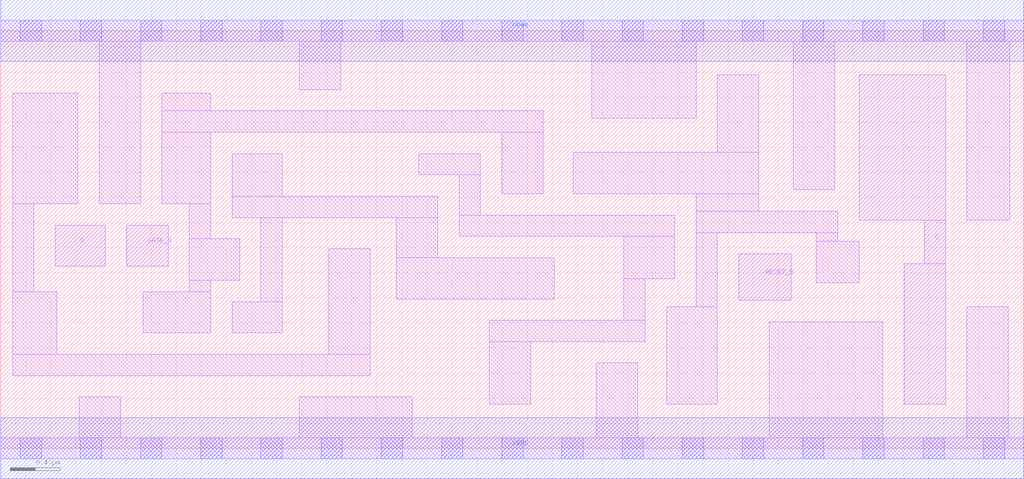
<source format=lef>
# Copyright 2020 The SkyWater PDK Authors
#
# Licensed under the Apache License, Version 2.0 (the "License");
# you may not use this file except in compliance with the License.
# You may obtain a copy of the License at
#
#     https://www.apache.org/licenses/LICENSE-2.0
#
# Unless required by applicable law or agreed to in writing, software
# distributed under the License is distributed on an "AS IS" BASIS,
# WITHOUT WARRANTIES OR CONDITIONS OF ANY KIND, either express or implied.
# See the License for the specific language governing permissions and
# limitations under the License.
#
# SPDX-License-Identifier: Apache-2.0

VERSION 5.7 ;
  NAMESCASESENSITIVE ON ;
  NOWIREEXTENSIONATPIN ON ;
  DIVIDERCHAR "/" ;
  BUSBITCHARS "[]" ;
UNITS
  DATABASE MICRONS 200 ;
END UNITS
MACRO sky130_fd_sc_ls__dlrtn_2
  CLASS CORE ;
  FOREIGN sky130_fd_sc_ls__dlrtn_2 ;
  ORIGIN  0.000000  0.000000 ;
  SIZE  8.160000 BY  3.330000 ;
  SYMMETRY X Y ;
  SITE unit ;
  PIN D
    ANTENNAGATEAREA  0.208500 ;
    DIRECTION INPUT ;
    USE SIGNAL ;
    PORT
      LAYER li1 ;
        RECT 0.435000 1.450000 0.835000 1.780000 ;
    END
  END D
  PIN Q
    ANTENNADIFFAREA  0.543200 ;
    DIRECTION OUTPUT ;
    USE SIGNAL ;
    PORT
      LAYER li1 ;
        RECT 6.845000 1.820000 7.535000 2.980000 ;
        RECT 7.205000 0.350000 7.535000 1.470000 ;
        RECT 7.365000 1.470000 7.535000 1.820000 ;
    END
  END Q
  PIN RESET_B
    ANTENNAGATEAREA  0.279000 ;
    DIRECTION INPUT ;
    USE SIGNAL ;
    PORT
      LAYER li1 ;
        RECT 5.885000 1.180000 6.305000 1.550000 ;
    END
  END RESET_B
  PIN GATE_N
    ANTENNAGATEAREA  0.237000 ;
    DIRECTION INPUT ;
    USE CLOCK ;
    PORT
      LAYER li1 ;
        RECT 1.005000 1.450000 1.335000 1.780000 ;
    END
  END GATE_N
  PIN VGND
    DIRECTION INOUT ;
    SHAPE ABUTMENT ;
    USE GROUND ;
    PORT
      LAYER met1 ;
        RECT 0.000000 -0.245000 8.160000 0.245000 ;
    END
  END VGND
  PIN VPWR
    DIRECTION INOUT ;
    SHAPE ABUTMENT ;
    USE POWER ;
    PORT
      LAYER met1 ;
        RECT 0.000000 3.085000 8.160000 3.575000 ;
    END
  END VPWR
  OBS
    LAYER li1 ;
      RECT 0.000000 -0.085000 8.160000 0.085000 ;
      RECT 0.000000  3.245000 8.160000 3.415000 ;
      RECT 0.095000  0.580000 2.945000 0.750000 ;
      RECT 0.095000  0.750000 0.445000 1.250000 ;
      RECT 0.095000  1.250000 0.265000 1.950000 ;
      RECT 0.095000  1.950000 0.615000 2.830000 ;
      RECT 0.625000  0.085000 0.955000 0.410000 ;
      RECT 0.785000  1.950000 1.115000 3.245000 ;
      RECT 1.135000  0.920000 1.675000 1.250000 ;
      RECT 1.285000  1.950000 1.675000 2.520000 ;
      RECT 1.285000  2.520000 4.325000 2.690000 ;
      RECT 1.285000  2.690000 1.675000 2.830000 ;
      RECT 1.505000  1.250000 1.675000 1.340000 ;
      RECT 1.505000  1.340000 1.905000 1.670000 ;
      RECT 1.505000  1.670000 1.675000 1.950000 ;
      RECT 1.845000  0.920000 2.245000 1.170000 ;
      RECT 1.845000  1.840000 3.485000 2.010000 ;
      RECT 1.845000  2.010000 2.245000 2.350000 ;
      RECT 2.075000  1.170000 2.245000 1.840000 ;
      RECT 2.380000  0.085000 3.280000 0.410000 ;
      RECT 2.380000  2.860000 2.710000 3.245000 ;
      RECT 2.615000  0.750000 2.945000 1.590000 ;
      RECT 3.155000  1.190000 4.415000 1.520000 ;
      RECT 3.155000  1.520000 3.485000 1.840000 ;
      RECT 3.335000  2.180000 3.825000 2.350000 ;
      RECT 3.655000  1.690000 5.375000 1.860000 ;
      RECT 3.655000  1.860000 3.825000 2.180000 ;
      RECT 3.895000  0.350000 4.225000 0.850000 ;
      RECT 3.895000  0.850000 5.140000 1.020000 ;
      RECT 3.995000  2.030000 4.325000 2.520000 ;
      RECT 4.565000  2.030000 6.045000 2.360000 ;
      RECT 4.715000  2.630000 5.545000 3.245000 ;
      RECT 4.750000  0.085000 5.080000 0.680000 ;
      RECT 4.970000  1.020000 5.140000 1.350000 ;
      RECT 4.970000  1.350000 5.375000 1.690000 ;
      RECT 5.310000  0.350000 5.715000 1.130000 ;
      RECT 5.545000  1.130000 5.715000 1.720000 ;
      RECT 5.545000  1.720000 6.675000 1.890000 ;
      RECT 5.545000  1.890000 6.045000 2.030000 ;
      RECT 5.715000  2.360000 6.045000 2.980000 ;
      RECT 6.130000  0.085000 7.035000 1.010000 ;
      RECT 6.320000  2.060000 6.650000 3.245000 ;
      RECT 6.505000  1.320000 6.845000 1.650000 ;
      RECT 6.505000  1.650000 6.675000 1.720000 ;
      RECT 7.705000  0.085000 8.035000 1.130000 ;
      RECT 7.705000  1.820000 8.045000 3.245000 ;
    LAYER mcon ;
      RECT 0.155000 -0.085000 0.325000 0.085000 ;
      RECT 0.155000  3.245000 0.325000 3.415000 ;
      RECT 0.635000 -0.085000 0.805000 0.085000 ;
      RECT 0.635000  3.245000 0.805000 3.415000 ;
      RECT 1.115000 -0.085000 1.285000 0.085000 ;
      RECT 1.115000  3.245000 1.285000 3.415000 ;
      RECT 1.595000 -0.085000 1.765000 0.085000 ;
      RECT 1.595000  3.245000 1.765000 3.415000 ;
      RECT 2.075000 -0.085000 2.245000 0.085000 ;
      RECT 2.075000  3.245000 2.245000 3.415000 ;
      RECT 2.555000 -0.085000 2.725000 0.085000 ;
      RECT 2.555000  3.245000 2.725000 3.415000 ;
      RECT 3.035000 -0.085000 3.205000 0.085000 ;
      RECT 3.035000  3.245000 3.205000 3.415000 ;
      RECT 3.515000 -0.085000 3.685000 0.085000 ;
      RECT 3.515000  3.245000 3.685000 3.415000 ;
      RECT 3.995000 -0.085000 4.165000 0.085000 ;
      RECT 3.995000  3.245000 4.165000 3.415000 ;
      RECT 4.475000 -0.085000 4.645000 0.085000 ;
      RECT 4.475000  3.245000 4.645000 3.415000 ;
      RECT 4.955000 -0.085000 5.125000 0.085000 ;
      RECT 4.955000  3.245000 5.125000 3.415000 ;
      RECT 5.435000 -0.085000 5.605000 0.085000 ;
      RECT 5.435000  3.245000 5.605000 3.415000 ;
      RECT 5.915000 -0.085000 6.085000 0.085000 ;
      RECT 5.915000  3.245000 6.085000 3.415000 ;
      RECT 6.395000 -0.085000 6.565000 0.085000 ;
      RECT 6.395000  3.245000 6.565000 3.415000 ;
      RECT 6.875000 -0.085000 7.045000 0.085000 ;
      RECT 6.875000  3.245000 7.045000 3.415000 ;
      RECT 7.355000 -0.085000 7.525000 0.085000 ;
      RECT 7.355000  3.245000 7.525000 3.415000 ;
      RECT 7.835000 -0.085000 8.005000 0.085000 ;
      RECT 7.835000  3.245000 8.005000 3.415000 ;
  END
END sky130_fd_sc_ls__dlrtn_2
END LIBRARY

</source>
